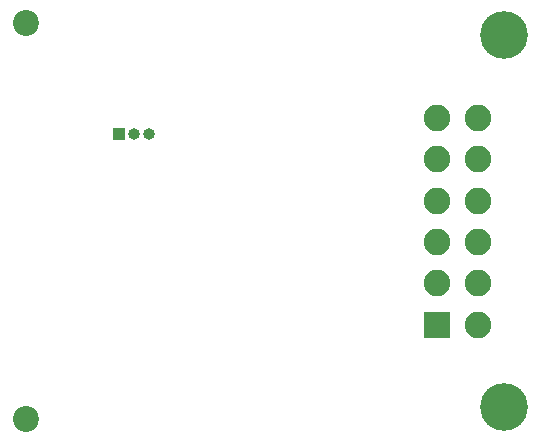
<source format=gbs>
%TF.GenerationSoftware,KiCad,Pcbnew,(6.0.1)*%
%TF.CreationDate,2023-02-26T19:23:05-08:00*%
%TF.ProjectId,CAN-Digital-Output-12V,43414e2d-4469-4676-9974-616c2d4f7574,rev?*%
%TF.SameCoordinates,Original*%
%TF.FileFunction,Soldermask,Bot*%
%TF.FilePolarity,Negative*%
%FSLAX46Y46*%
G04 Gerber Fmt 4.6, Leading zero omitted, Abs format (unit mm)*
G04 Created by KiCad (PCBNEW (6.0.1)) date 2023-02-26 19:23:05*
%MOMM*%
%LPD*%
G01*
G04 APERTURE LIST*
%ADD10C,4.050000*%
%ADD11R,2.250000X2.250000*%
%ADD12C,2.250000*%
%ADD13C,2.200000*%
%ADD14R,1.000000X1.000000*%
%ADD15O,1.000000X1.000000*%
G04 APERTURE END LIST*
D10*
%TO.C,J4*%
X181208000Y-86104000D03*
X181208000Y-117604000D03*
D11*
X175508000Y-110604000D03*
D12*
X175508000Y-107104000D03*
X175508000Y-103604000D03*
X175508000Y-100104000D03*
X175508000Y-96604000D03*
X175508000Y-93104000D03*
X179008000Y-110604000D03*
X179008000Y-107104000D03*
X179008000Y-103604000D03*
X179008000Y-100104000D03*
X179008000Y-96604000D03*
X179008000Y-93104000D03*
%TD*%
D13*
%TO.C,H2*%
X140716000Y-118618000D03*
%TD*%
D14*
%TO.C,J3*%
X148585000Y-94488000D03*
D15*
X149855000Y-94488000D03*
X151125000Y-94488000D03*
%TD*%
D13*
%TO.C,H1*%
X140716000Y-85090000D03*
%TD*%
M02*

</source>
